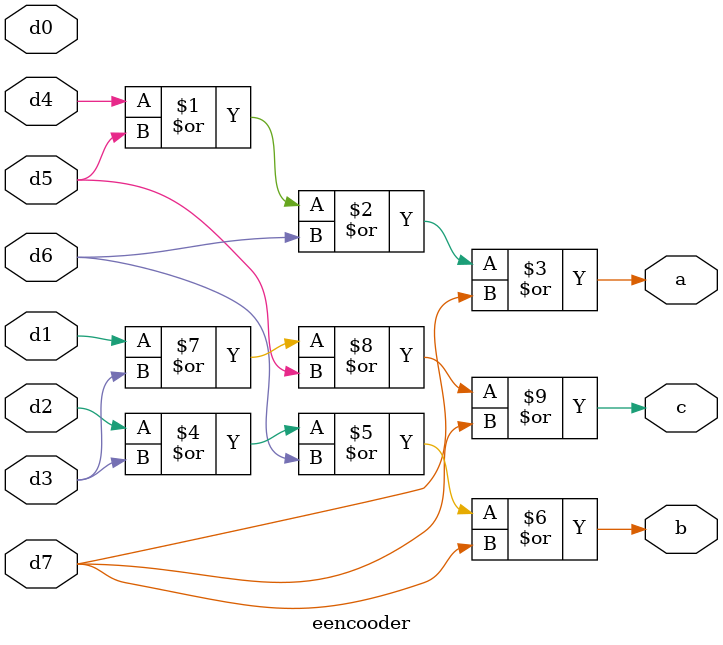
<source format=v>
module eencooder(a,b,c,d0,d1,d2,d3,d4,d5,d6,d7);
output a,b,c;
input d0,d1,d2,d3,d4,d5,d6,d7;
assign a=d4|d5|d6|d7;
assign b=d2|d3|d6|d7;
assign c=d1|d3|d5|d7;
endmodule


</source>
